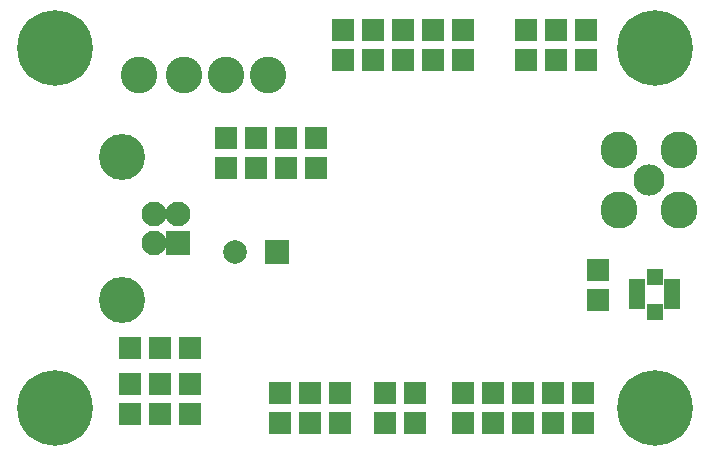
<source format=gbr>
G04 #@! TF.GenerationSoftware,KiCad,Pcbnew,(5.99.0-494-g9b7d4e274)*
G04 #@! TF.CreationDate,2020-06-03T14:44:00+02:00*
G04 #@! TF.ProjectId,GPS02A,47505330-3241-42e6-9b69-6361645f7063,REV*
G04 #@! TF.SameCoordinates,Original*
G04 #@! TF.FileFunction,Soldermask,Top*
G04 #@! TF.FilePolarity,Negative*
%FSLAX46Y46*%
G04 Gerber Fmt 4.6, Leading zero omitted, Abs format (unit mm)*
G04 Created by KiCad (PCBNEW (5.99.0-494-g9b7d4e274)) date 2020-06-03 14:44:00*
%MOMM*%
%LPD*%
G04 APERTURE LIST*
%ADD10R,1.924000X1.924000*%
%ADD11C,6.400000*%
%ADD12C,2.640000*%
%ADD13C,3.140000*%
%ADD14R,1.400000X1.400000*%
%ADD15R,1.450000X2.600000*%
%ADD16C,3.900000*%
%ADD17C,2.100000*%
%ADD18R,2.100000X2.100000*%
%ADD19C,3.100000*%
%ADD20C,2.000000*%
%ADD21R,2.000000X2.000000*%
G04 APERTURE END LIST*
D10*
X39624000Y37084000D03*
X39624000Y34544000D03*
X19558000Y25400000D03*
X19558000Y27940000D03*
X11430000Y10160000D03*
X13970000Y10160000D03*
X16510000Y10160000D03*
D11*
X5080000Y35560000D03*
X55880000Y5080000D03*
X55880000Y35560000D03*
X5080000Y5080000D03*
D10*
X24638000Y25400000D03*
X24638000Y27940000D03*
X22098000Y25400000D03*
X22098000Y27940000D03*
X27178000Y25400000D03*
X27178000Y27940000D03*
D12*
X55372000Y24384000D03*
D13*
X52832000Y26924000D03*
X57912000Y26924000D03*
X57912000Y21844000D03*
X52832000Y21844000D03*
D14*
X55880000Y16232000D03*
X55880000Y13232000D03*
D15*
X54405000Y14732000D03*
X57355000Y14732000D03*
D10*
X32004000Y37084000D03*
X32004000Y34544000D03*
X50038000Y37084000D03*
X50038000Y34544000D03*
X47498000Y37084000D03*
X47498000Y34544000D03*
X44958000Y37084000D03*
X44958000Y34544000D03*
X51054000Y14224000D03*
X51054000Y16764000D03*
X37084000Y34544000D03*
X37084000Y37084000D03*
X29464000Y34544000D03*
X29464000Y37084000D03*
X34544000Y37084000D03*
X34544000Y34544000D03*
X39624000Y3810000D03*
X39624000Y6350000D03*
X49784000Y3810000D03*
X49784000Y6350000D03*
X44704000Y3810000D03*
X44704000Y6350000D03*
X42164000Y3810000D03*
X42164000Y6350000D03*
X47244000Y3810000D03*
X47244000Y6350000D03*
X33020000Y3810000D03*
X33020000Y6350000D03*
X35560000Y3810000D03*
X35560000Y6350000D03*
X29210000Y6350000D03*
X29210000Y3810000D03*
X26670000Y6350000D03*
X26670000Y3810000D03*
X24130000Y6350000D03*
X24130000Y3810000D03*
D16*
X10784000Y26320000D03*
X10784000Y14280000D03*
D17*
X13494000Y19050000D03*
X13494000Y21550000D03*
X15494000Y21550000D03*
D18*
X15494000Y19050000D03*
D10*
X16510000Y7112000D03*
X16510000Y4572000D03*
X13970000Y7112000D03*
X13970000Y4572000D03*
X11430000Y7112000D03*
X11430000Y4572000D03*
D19*
X23114000Y33306000D03*
X16002000Y33274000D03*
X19558000Y33306000D03*
X12192000Y33274000D03*
D20*
X20376000Y18288000D03*
D21*
X23876000Y18288000D03*
M02*

</source>
